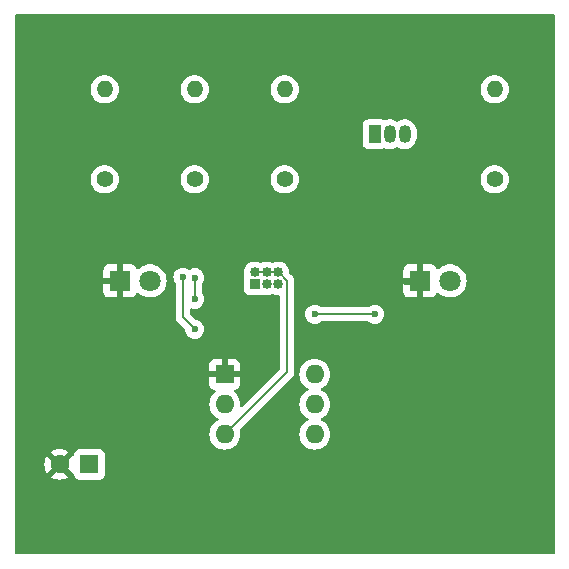
<source format=gbr>
%TF.GenerationSoftware,KiCad,Pcbnew,8.0.6*%
%TF.CreationDate,2025-05-05T14:00:36-04:00*%
%TF.ProjectId,blinkingLight,626c696e-6b69-46e6-974c-696768742e6b,rev?*%
%TF.SameCoordinates,Original*%
%TF.FileFunction,Copper,L2,Bot*%
%TF.FilePolarity,Positive*%
%FSLAX46Y46*%
G04 Gerber Fmt 4.6, Leading zero omitted, Abs format (unit mm)*
G04 Created by KiCad (PCBNEW 8.0.6) date 2025-05-05 14:00:36*
%MOMM*%
%LPD*%
G01*
G04 APERTURE LIST*
%TA.AperFunction,ComponentPad*%
%ADD10R,1.600000X1.600000*%
%TD*%
%TA.AperFunction,ComponentPad*%
%ADD11C,1.600000*%
%TD*%
%TA.AperFunction,ComponentPad*%
%ADD12C,1.400000*%
%TD*%
%TA.AperFunction,ComponentPad*%
%ADD13O,1.400000X1.400000*%
%TD*%
%TA.AperFunction,ComponentPad*%
%ADD14R,0.850000X0.850000*%
%TD*%
%TA.AperFunction,ComponentPad*%
%ADD15O,0.850000X0.850000*%
%TD*%
%TA.AperFunction,ComponentPad*%
%ADD16O,1.600000X1.600000*%
%TD*%
%TA.AperFunction,ComponentPad*%
%ADD17R,1.800000X1.800000*%
%TD*%
%TA.AperFunction,ComponentPad*%
%ADD18C,1.800000*%
%TD*%
%TA.AperFunction,ComponentPad*%
%ADD19R,1.050000X1.500000*%
%TD*%
%TA.AperFunction,ComponentPad*%
%ADD20O,1.050000X1.500000*%
%TD*%
%TA.AperFunction,ViaPad*%
%ADD21C,0.600000*%
%TD*%
%TA.AperFunction,Conductor*%
%ADD22C,0.200000*%
%TD*%
G04 APERTURE END LIST*
D10*
%TO.P,C1,1*%
%TO.N,Net-(U1-THR)*%
X110450000Y-116840000D03*
D11*
%TO.P,C1,2*%
%TO.N,GND*%
X107950000Y-116840000D03*
%TD*%
D12*
%TO.P,R4,1*%
%TO.N,Net-(D1-A)*%
X144780000Y-92710000D03*
D13*
%TO.P,R4,2*%
%TO.N,Net-(Q1-E)*%
X144780000Y-85090000D03*
%TD*%
D12*
%TO.P,R1,1*%
%TO.N,Net-(J1-Pin_1)*%
X111760000Y-92710000D03*
D13*
%TO.P,R1,2*%
%TO.N,Net-(Q1-B)*%
X111760000Y-85090000D03*
%TD*%
D12*
%TO.P,R2,1*%
%TO.N,Net-(J1-Pin_3)*%
X119380000Y-92710000D03*
D13*
%TO.P,R2,2*%
%TO.N,Net-(Q1-B)*%
X119380000Y-85090000D03*
%TD*%
%TO.P,R3,2*%
%TO.N,Net-(Q1-B)*%
X127000000Y-85090000D03*
D12*
%TO.P,R3,1*%
%TO.N,Net-(J1-Pin_5)*%
X127000000Y-92710000D03*
%TD*%
D14*
%TO.P,J1,1,Pin_1*%
%TO.N,Net-(J1-Pin_1)*%
X124460000Y-101600000D03*
D15*
%TO.P,J1,2,Pin_2*%
%TO.N,Net-(J1-Pin_2)*%
X124460000Y-100600000D03*
%TO.P,J1,3,Pin_3*%
%TO.N,Net-(J1-Pin_3)*%
X125460000Y-101600000D03*
%TO.P,J1,4,Pin_4*%
%TO.N,Net-(J1-Pin_2)*%
X125460000Y-100600000D03*
%TO.P,J1,5,Pin_5*%
%TO.N,Net-(J1-Pin_5)*%
X126460000Y-101600000D03*
%TO.P,J1,6,Pin_6*%
%TO.N,Net-(J1-Pin_2)*%
X126460000Y-100600000D03*
%TD*%
D10*
%TO.P,U1,1,GND*%
%TO.N,GND*%
X121920000Y-109220000D03*
D16*
%TO.P,U1,2,TR*%
%TO.N,Net-(Q1-B)*%
X121920000Y-111760000D03*
%TO.P,U1,3,Q*%
%TO.N,Net-(J1-Pin_2)*%
X121920000Y-114300000D03*
%TO.P,U1,4,R*%
%TO.N,+9V*%
X129540000Y-114300000D03*
%TO.P,U1,5,CV*%
%TO.N,unconnected-(U1-CV-Pad5)*%
X129540000Y-111760000D03*
%TO.P,U1,6,THR*%
%TO.N,Net-(U1-THR)*%
X129540000Y-109220000D03*
%TD*%
D17*
%TO.P,D1,1,K*%
%TO.N,GND*%
X113050000Y-101305000D03*
D18*
%TO.P,D1,2,A*%
%TO.N,Net-(D1-A)*%
X115590000Y-101305000D03*
%TD*%
D17*
%TO.P,D2,1,K*%
%TO.N,GND*%
X138450000Y-101305000D03*
D18*
%TO.P,D2,2,A*%
%TO.N,Net-(D1-A)*%
X140990000Y-101305000D03*
%TD*%
D19*
%TO.P,Q1,1,C*%
%TO.N,+9V*%
X134620000Y-88900000D03*
D20*
%TO.P,Q1,2,B*%
%TO.N,Net-(Q1-B)*%
X135890000Y-88900000D03*
%TO.P,Q1,3,E*%
%TO.N,Net-(Q1-E)*%
X137160000Y-88900000D03*
%TD*%
D21*
%TO.N,Net-(J1-Pin_3)*%
X119380000Y-102870000D03*
X119380000Y-101050000D03*
%TO.N,Net-(Q1-B)*%
X119380000Y-105410000D03*
X118380000Y-101000000D03*
%TO.N,GND*%
X142240000Y-116840000D03*
%TO.N,Net-(D1-A)*%
X129540000Y-104140000D03*
X134620000Y-104140000D03*
%TD*%
D22*
%TO.N,Net-(J1-Pin_3)*%
X119380000Y-101050000D02*
X119380000Y-102870000D01*
%TO.N,Net-(J1-Pin_2)*%
X127185000Y-109035000D02*
X121920000Y-114300000D01*
X127185000Y-101299695D02*
X127185000Y-109035000D01*
X124460000Y-100600000D02*
X126485305Y-100600000D01*
X126485305Y-100600000D02*
X127185000Y-101299695D01*
%TO.N,Net-(Q1-B)*%
X118380000Y-104410000D02*
X118380000Y-101000000D01*
X119380000Y-105410000D02*
X118380000Y-104410000D01*
%TO.N,GND*%
X138155000Y-101600000D02*
X137160000Y-101600000D01*
X138450000Y-101305000D02*
X138450000Y-113050000D01*
X138450000Y-113050000D02*
X142240000Y-116840000D01*
X138450000Y-101305000D02*
X138155000Y-101600000D01*
%TO.N,Net-(D1-A)*%
X134620000Y-104140000D02*
X129540000Y-104140000D01*
%TD*%
%TA.AperFunction,Conductor*%
%TO.N,GND*%
G36*
X149803039Y-78759685D02*
G01*
X149848794Y-78812489D01*
X149860000Y-78864000D01*
X149860000Y-124336000D01*
X149840315Y-124403039D01*
X149787511Y-124448794D01*
X149736000Y-124460000D01*
X104264000Y-124460000D01*
X104196961Y-124440315D01*
X104151206Y-124387511D01*
X104140000Y-124336000D01*
X104140000Y-116839997D01*
X106645034Y-116839997D01*
X106645034Y-116840002D01*
X106664858Y-117066599D01*
X106664860Y-117066610D01*
X106723730Y-117286317D01*
X106723735Y-117286331D01*
X106819863Y-117492478D01*
X106870974Y-117565472D01*
X107550000Y-116886446D01*
X107550000Y-116892661D01*
X107577259Y-116994394D01*
X107629920Y-117085606D01*
X107704394Y-117160080D01*
X107795606Y-117212741D01*
X107897339Y-117240000D01*
X107903553Y-117240000D01*
X107224526Y-117919025D01*
X107297513Y-117970132D01*
X107297521Y-117970136D01*
X107503668Y-118066264D01*
X107503682Y-118066269D01*
X107723389Y-118125139D01*
X107723400Y-118125141D01*
X107949998Y-118144966D01*
X107950002Y-118144966D01*
X108176599Y-118125141D01*
X108176610Y-118125139D01*
X108396317Y-118066269D01*
X108396331Y-118066264D01*
X108602478Y-117970136D01*
X108675471Y-117919024D01*
X107996447Y-117240000D01*
X108002661Y-117240000D01*
X108104394Y-117212741D01*
X108195606Y-117160080D01*
X108270080Y-117085606D01*
X108322741Y-116994394D01*
X108350000Y-116892661D01*
X108350000Y-116886447D01*
X109034197Y-117570644D01*
X109083192Y-117580491D01*
X109133375Y-117629106D01*
X109148049Y-117684632D01*
X109149099Y-117684576D01*
X109149146Y-117684571D01*
X109149146Y-117684573D01*
X109149324Y-117684564D01*
X109149501Y-117687876D01*
X109155908Y-117747483D01*
X109206202Y-117882328D01*
X109206206Y-117882335D01*
X109292452Y-117997544D01*
X109292455Y-117997547D01*
X109407664Y-118083793D01*
X109407671Y-118083797D01*
X109542517Y-118134091D01*
X109542516Y-118134091D01*
X109549444Y-118134835D01*
X109602127Y-118140500D01*
X111297872Y-118140499D01*
X111357483Y-118134091D01*
X111492331Y-118083796D01*
X111607546Y-117997546D01*
X111693796Y-117882331D01*
X111744091Y-117747483D01*
X111750500Y-117687873D01*
X111750499Y-115992128D01*
X111744091Y-115932517D01*
X111693796Y-115797669D01*
X111693795Y-115797668D01*
X111693793Y-115797664D01*
X111607547Y-115682455D01*
X111607544Y-115682452D01*
X111492335Y-115596206D01*
X111492328Y-115596202D01*
X111357482Y-115545908D01*
X111357483Y-115545908D01*
X111297883Y-115539501D01*
X111297881Y-115539500D01*
X111297873Y-115539500D01*
X111297864Y-115539500D01*
X109602129Y-115539500D01*
X109602123Y-115539501D01*
X109542516Y-115545908D01*
X109407671Y-115596202D01*
X109407664Y-115596206D01*
X109292455Y-115682452D01*
X109292452Y-115682455D01*
X109206206Y-115797664D01*
X109206202Y-115797671D01*
X109155908Y-115932517D01*
X109149501Y-115992116D01*
X109149501Y-115992123D01*
X109149322Y-115995452D01*
X109147847Y-115995372D01*
X109129815Y-116056784D01*
X109077011Y-116102539D01*
X109033522Y-116110029D01*
X108350000Y-116793551D01*
X108350000Y-116787339D01*
X108322741Y-116685606D01*
X108270080Y-116594394D01*
X108195606Y-116519920D01*
X108104394Y-116467259D01*
X108002661Y-116440000D01*
X107996448Y-116440000D01*
X108675472Y-115760974D01*
X108602478Y-115709863D01*
X108396331Y-115613735D01*
X108396317Y-115613730D01*
X108176610Y-115554860D01*
X108176599Y-115554858D01*
X107950002Y-115535034D01*
X107949998Y-115535034D01*
X107723400Y-115554858D01*
X107723389Y-115554860D01*
X107503682Y-115613730D01*
X107503673Y-115613734D01*
X107297516Y-115709866D01*
X107297512Y-115709868D01*
X107224526Y-115760973D01*
X107224526Y-115760974D01*
X107903553Y-116440000D01*
X107897339Y-116440000D01*
X107795606Y-116467259D01*
X107704394Y-116519920D01*
X107629920Y-116594394D01*
X107577259Y-116685606D01*
X107550000Y-116787339D01*
X107550000Y-116793552D01*
X106870974Y-116114526D01*
X106870973Y-116114526D01*
X106819868Y-116187512D01*
X106819866Y-116187516D01*
X106723734Y-116393673D01*
X106723730Y-116393682D01*
X106664860Y-116613389D01*
X106664858Y-116613400D01*
X106645034Y-116839997D01*
X104140000Y-116839997D01*
X104140000Y-111759998D01*
X120614532Y-111759998D01*
X120614532Y-111760001D01*
X120634364Y-111986686D01*
X120634366Y-111986697D01*
X120693258Y-112206488D01*
X120693261Y-112206497D01*
X120789431Y-112412732D01*
X120789432Y-112412734D01*
X120919954Y-112599141D01*
X121080858Y-112760045D01*
X121080861Y-112760047D01*
X121267266Y-112890568D01*
X121325275Y-112917618D01*
X121377714Y-112963791D01*
X121396866Y-113030984D01*
X121376650Y-113097865D01*
X121325275Y-113142382D01*
X121267267Y-113169431D01*
X121267265Y-113169432D01*
X121080858Y-113299954D01*
X120919954Y-113460858D01*
X120789432Y-113647265D01*
X120789431Y-113647267D01*
X120693261Y-113853502D01*
X120693258Y-113853511D01*
X120634366Y-114073302D01*
X120634364Y-114073313D01*
X120614532Y-114299998D01*
X120614532Y-114300001D01*
X120634364Y-114526686D01*
X120634366Y-114526697D01*
X120693258Y-114746488D01*
X120693261Y-114746497D01*
X120789431Y-114952732D01*
X120789432Y-114952734D01*
X120919954Y-115139141D01*
X121080858Y-115300045D01*
X121080861Y-115300047D01*
X121267266Y-115430568D01*
X121473504Y-115526739D01*
X121473509Y-115526740D01*
X121473511Y-115526741D01*
X121521129Y-115539500D01*
X121693308Y-115585635D01*
X121855230Y-115599801D01*
X121919998Y-115605468D01*
X121920000Y-115605468D01*
X121920002Y-115605468D01*
X121976673Y-115600509D01*
X122146692Y-115585635D01*
X122366496Y-115526739D01*
X122572734Y-115430568D01*
X122759139Y-115300047D01*
X122920047Y-115139139D01*
X123050568Y-114952734D01*
X123146739Y-114746496D01*
X123205635Y-114526692D01*
X123225468Y-114300000D01*
X123205635Y-114073308D01*
X123179847Y-113977066D01*
X123181510Y-113907217D01*
X123211939Y-113857294D01*
X127543506Y-109525728D01*
X127543511Y-109525724D01*
X127553714Y-109515520D01*
X127553716Y-109515520D01*
X127665520Y-109403716D01*
X127744577Y-109266784D01*
X127757113Y-109219998D01*
X128234532Y-109219998D01*
X128234532Y-109220001D01*
X128254364Y-109446686D01*
X128254366Y-109446697D01*
X128313258Y-109666488D01*
X128313261Y-109666497D01*
X128409431Y-109872732D01*
X128409432Y-109872734D01*
X128539954Y-110059141D01*
X128700858Y-110220045D01*
X128700861Y-110220047D01*
X128887266Y-110350568D01*
X128944357Y-110377190D01*
X128945275Y-110377618D01*
X128997714Y-110423791D01*
X129016866Y-110490984D01*
X128996650Y-110557865D01*
X128945275Y-110602382D01*
X128887267Y-110629431D01*
X128887265Y-110629432D01*
X128700858Y-110759954D01*
X128539954Y-110920858D01*
X128409432Y-111107265D01*
X128409431Y-111107267D01*
X128313261Y-111313502D01*
X128313258Y-111313511D01*
X128254366Y-111533302D01*
X128254364Y-111533313D01*
X128234532Y-111759998D01*
X128234532Y-111760001D01*
X128254364Y-111986686D01*
X128254366Y-111986697D01*
X128313258Y-112206488D01*
X128313261Y-112206497D01*
X128409431Y-112412732D01*
X128409432Y-112412734D01*
X128539954Y-112599141D01*
X128700858Y-112760045D01*
X128700861Y-112760047D01*
X128887266Y-112890568D01*
X128945275Y-112917618D01*
X128997714Y-112963791D01*
X129016866Y-113030984D01*
X128996650Y-113097865D01*
X128945275Y-113142382D01*
X128887267Y-113169431D01*
X128887265Y-113169432D01*
X128700858Y-113299954D01*
X128539954Y-113460858D01*
X128409432Y-113647265D01*
X128409431Y-113647267D01*
X128313261Y-113853502D01*
X128313258Y-113853511D01*
X128254366Y-114073302D01*
X128254364Y-114073313D01*
X128234532Y-114299998D01*
X128234532Y-114300001D01*
X128254364Y-114526686D01*
X128254366Y-114526697D01*
X128313258Y-114746488D01*
X128313261Y-114746497D01*
X128409431Y-114952732D01*
X128409432Y-114952734D01*
X128539954Y-115139141D01*
X128700858Y-115300045D01*
X128700861Y-115300047D01*
X128887266Y-115430568D01*
X129093504Y-115526739D01*
X129093509Y-115526740D01*
X129093511Y-115526741D01*
X129141129Y-115539500D01*
X129313308Y-115585635D01*
X129475230Y-115599801D01*
X129539998Y-115605468D01*
X129540000Y-115605468D01*
X129540002Y-115605468D01*
X129596673Y-115600509D01*
X129766692Y-115585635D01*
X129986496Y-115526739D01*
X130192734Y-115430568D01*
X130379139Y-115300047D01*
X130540047Y-115139139D01*
X130670568Y-114952734D01*
X130766739Y-114746496D01*
X130825635Y-114526692D01*
X130845468Y-114300000D01*
X130825635Y-114073308D01*
X130766739Y-113853504D01*
X130670568Y-113647266D01*
X130540047Y-113460861D01*
X130540045Y-113460858D01*
X130379141Y-113299954D01*
X130192734Y-113169432D01*
X130192728Y-113169429D01*
X130134725Y-113142382D01*
X130082285Y-113096210D01*
X130063133Y-113029017D01*
X130083348Y-112962135D01*
X130134725Y-112917618D01*
X130192734Y-112890568D01*
X130379139Y-112760047D01*
X130540047Y-112599139D01*
X130670568Y-112412734D01*
X130766739Y-112206496D01*
X130825635Y-111986692D01*
X130845468Y-111760000D01*
X130825635Y-111533308D01*
X130766739Y-111313504D01*
X130670568Y-111107266D01*
X130540047Y-110920861D01*
X130540045Y-110920858D01*
X130379141Y-110759954D01*
X130192734Y-110629432D01*
X130192728Y-110629429D01*
X130134725Y-110602382D01*
X130082285Y-110556210D01*
X130063133Y-110489017D01*
X130083348Y-110422135D01*
X130134725Y-110377618D01*
X130135643Y-110377190D01*
X130192734Y-110350568D01*
X130379139Y-110220047D01*
X130540047Y-110059139D01*
X130670568Y-109872734D01*
X130766739Y-109666496D01*
X130825635Y-109446692D01*
X130845468Y-109220000D01*
X130825635Y-108993308D01*
X130766739Y-108773504D01*
X130670568Y-108567266D01*
X130540047Y-108380861D01*
X130540045Y-108380858D01*
X130379141Y-108219954D01*
X130192734Y-108089432D01*
X130192732Y-108089431D01*
X129986497Y-107993261D01*
X129986488Y-107993258D01*
X129766697Y-107934366D01*
X129766693Y-107934365D01*
X129766692Y-107934365D01*
X129766691Y-107934364D01*
X129766686Y-107934364D01*
X129540002Y-107914532D01*
X129539998Y-107914532D01*
X129313313Y-107934364D01*
X129313302Y-107934366D01*
X129093511Y-107993258D01*
X129093502Y-107993261D01*
X128887267Y-108089431D01*
X128887265Y-108089432D01*
X128700858Y-108219954D01*
X128539954Y-108380858D01*
X128409432Y-108567265D01*
X128409431Y-108567267D01*
X128313261Y-108773502D01*
X128313258Y-108773511D01*
X128254366Y-108993302D01*
X128254364Y-108993313D01*
X128234532Y-109219998D01*
X127757113Y-109219998D01*
X127774534Y-109154981D01*
X127785500Y-109114058D01*
X127785500Y-108955943D01*
X127785500Y-104139996D01*
X128734435Y-104139996D01*
X128734435Y-104140003D01*
X128754630Y-104319249D01*
X128754631Y-104319254D01*
X128814211Y-104489523D01*
X128870621Y-104579298D01*
X128910184Y-104642262D01*
X129037738Y-104769816D01*
X129190478Y-104865789D01*
X129360745Y-104925368D01*
X129360750Y-104925369D01*
X129539996Y-104945565D01*
X129540000Y-104945565D01*
X129540004Y-104945565D01*
X129719249Y-104925369D01*
X129719252Y-104925368D01*
X129719255Y-104925368D01*
X129889522Y-104865789D01*
X130042262Y-104769816D01*
X130042267Y-104769810D01*
X130045097Y-104767555D01*
X130047275Y-104766665D01*
X130048158Y-104766111D01*
X130048255Y-104766265D01*
X130109783Y-104741145D01*
X130122412Y-104740500D01*
X134037588Y-104740500D01*
X134104627Y-104760185D01*
X134114903Y-104767555D01*
X134117736Y-104769814D01*
X134117738Y-104769816D01*
X134270478Y-104865789D01*
X134440745Y-104925368D01*
X134440750Y-104925369D01*
X134619996Y-104945565D01*
X134620000Y-104945565D01*
X134620004Y-104945565D01*
X134799249Y-104925369D01*
X134799252Y-104925368D01*
X134799255Y-104925368D01*
X134969522Y-104865789D01*
X135122262Y-104769816D01*
X135249816Y-104642262D01*
X135345789Y-104489522D01*
X135405368Y-104319255D01*
X135425565Y-104140000D01*
X135405368Y-103960745D01*
X135345789Y-103790478D01*
X135249816Y-103637738D01*
X135122262Y-103510184D01*
X134969523Y-103414211D01*
X134799254Y-103354631D01*
X134799249Y-103354630D01*
X134620004Y-103334435D01*
X134619996Y-103334435D01*
X134440750Y-103354630D01*
X134440745Y-103354631D01*
X134270476Y-103414211D01*
X134117736Y-103510185D01*
X134114903Y-103512445D01*
X134112724Y-103513334D01*
X134111842Y-103513889D01*
X134111744Y-103513734D01*
X134050217Y-103538855D01*
X134037588Y-103539500D01*
X130122412Y-103539500D01*
X130055373Y-103519815D01*
X130045097Y-103512445D01*
X130042263Y-103510185D01*
X130042262Y-103510184D01*
X129985496Y-103474515D01*
X129889523Y-103414211D01*
X129719254Y-103354631D01*
X129719249Y-103354630D01*
X129540004Y-103334435D01*
X129539996Y-103334435D01*
X129360750Y-103354630D01*
X129360745Y-103354631D01*
X129190476Y-103414211D01*
X129037737Y-103510184D01*
X128910184Y-103637737D01*
X128814211Y-103790476D01*
X128754631Y-103960745D01*
X128754630Y-103960750D01*
X128734435Y-104139996D01*
X127785500Y-104139996D01*
X127785500Y-101220638D01*
X127775402Y-101182951D01*
X127744577Y-101067910D01*
X127705369Y-101000000D01*
X127665520Y-100930979D01*
X127553716Y-100819175D01*
X127553715Y-100819174D01*
X127549385Y-100814844D01*
X127549374Y-100814834D01*
X127426917Y-100692377D01*
X127393432Y-100631054D01*
X127390598Y-100604696D01*
X127390598Y-100600003D01*
X127385105Y-100547738D01*
X127370262Y-100406518D01*
X127354223Y-100357155D01*
X137050000Y-100357155D01*
X137050000Y-101055000D01*
X138074722Y-101055000D01*
X138030667Y-101131306D01*
X138000000Y-101245756D01*
X138000000Y-101364244D01*
X138030667Y-101478694D01*
X138074722Y-101555000D01*
X137050000Y-101555000D01*
X137050000Y-102252844D01*
X137056401Y-102312372D01*
X137056403Y-102312379D01*
X137106645Y-102447086D01*
X137106649Y-102447093D01*
X137192809Y-102562187D01*
X137192812Y-102562190D01*
X137307906Y-102648350D01*
X137307913Y-102648354D01*
X137442620Y-102698596D01*
X137442627Y-102698598D01*
X137502155Y-102704999D01*
X137502172Y-102705000D01*
X138200000Y-102705000D01*
X138200000Y-101680277D01*
X138276306Y-101724333D01*
X138390756Y-101755000D01*
X138509244Y-101755000D01*
X138623694Y-101724333D01*
X138700000Y-101680277D01*
X138700000Y-102705000D01*
X139397828Y-102705000D01*
X139397844Y-102704999D01*
X139457372Y-102698598D01*
X139457379Y-102698596D01*
X139592086Y-102648354D01*
X139592093Y-102648350D01*
X139707187Y-102562190D01*
X139707190Y-102562187D01*
X139793350Y-102447093D01*
X139793355Y-102447084D01*
X139822075Y-102370081D01*
X139863945Y-102314147D01*
X139929409Y-102289729D01*
X139997682Y-102304580D01*
X140029484Y-102329428D01*
X140038216Y-102338913D01*
X140038219Y-102338915D01*
X140038222Y-102338918D01*
X140221365Y-102481464D01*
X140221371Y-102481468D01*
X140221374Y-102481470D01*
X140425497Y-102591936D01*
X140539487Y-102631068D01*
X140645015Y-102667297D01*
X140645017Y-102667297D01*
X140645019Y-102667298D01*
X140873951Y-102705500D01*
X140873952Y-102705500D01*
X141106048Y-102705500D01*
X141106049Y-102705500D01*
X141334981Y-102667298D01*
X141554503Y-102591936D01*
X141758626Y-102481470D01*
X141760803Y-102479776D01*
X141858620Y-102403642D01*
X141941784Y-102338913D01*
X142098979Y-102168153D01*
X142225924Y-101973849D01*
X142319157Y-101761300D01*
X142376134Y-101536305D01*
X142376526Y-101531578D01*
X142395300Y-101305006D01*
X142395300Y-101304993D01*
X142376135Y-101073702D01*
X142376133Y-101073691D01*
X142319157Y-100848699D01*
X142225924Y-100636151D01*
X142098983Y-100441852D01*
X142098980Y-100441849D01*
X142098979Y-100441847D01*
X141941784Y-100271087D01*
X141941779Y-100271083D01*
X141941777Y-100271081D01*
X141758634Y-100128535D01*
X141758628Y-100128531D01*
X141554504Y-100018064D01*
X141554495Y-100018061D01*
X141334984Y-99942702D01*
X141129606Y-99908431D01*
X141106049Y-99904500D01*
X140873951Y-99904500D01*
X140850394Y-99908431D01*
X140645015Y-99942702D01*
X140425504Y-100018061D01*
X140425495Y-100018064D01*
X140221371Y-100128531D01*
X140221365Y-100128535D01*
X140038222Y-100271081D01*
X140038215Y-100271087D01*
X140029484Y-100280572D01*
X139969595Y-100316561D01*
X139899757Y-100314458D01*
X139842143Y-100274932D01*
X139822075Y-100239918D01*
X139793355Y-100162915D01*
X139793350Y-100162906D01*
X139707190Y-100047812D01*
X139707187Y-100047809D01*
X139592093Y-99961649D01*
X139592086Y-99961645D01*
X139457379Y-99911403D01*
X139457372Y-99911401D01*
X139397844Y-99905000D01*
X138700000Y-99905000D01*
X138700000Y-100929722D01*
X138623694Y-100885667D01*
X138509244Y-100855000D01*
X138390756Y-100855000D01*
X138276306Y-100885667D01*
X138200000Y-100929722D01*
X138200000Y-99905000D01*
X137502155Y-99905000D01*
X137442627Y-99911401D01*
X137442620Y-99911403D01*
X137307913Y-99961645D01*
X137307906Y-99961649D01*
X137192812Y-100047809D01*
X137192809Y-100047812D01*
X137106649Y-100162906D01*
X137106645Y-100162913D01*
X137056403Y-100297620D01*
X137056401Y-100297627D01*
X137050000Y-100357155D01*
X127354223Y-100357155D01*
X127310144Y-100221492D01*
X127310143Y-100221491D01*
X127310143Y-100221489D01*
X127310142Y-100221488D01*
X127256473Y-100128531D01*
X127212870Y-100053008D01*
X127130610Y-99961649D01*
X127082697Y-99908435D01*
X127082694Y-99908433D01*
X127082693Y-99908432D01*
X127082692Y-99908431D01*
X126959999Y-99819289D01*
X126925297Y-99794076D01*
X126788848Y-99733326D01*
X126747571Y-99714949D01*
X126747569Y-99714948D01*
X126557274Y-99674500D01*
X126362726Y-99674500D01*
X126172430Y-99714948D01*
X126172427Y-99714949D01*
X126010434Y-99787072D01*
X125941184Y-99796356D01*
X125909566Y-99787072D01*
X125747572Y-99714949D01*
X125747569Y-99714948D01*
X125557274Y-99674500D01*
X125362726Y-99674500D01*
X125172430Y-99714948D01*
X125172427Y-99714949D01*
X125010434Y-99787072D01*
X124941184Y-99796356D01*
X124909566Y-99787072D01*
X124747572Y-99714949D01*
X124747569Y-99714948D01*
X124557274Y-99674500D01*
X124362726Y-99674500D01*
X124172431Y-99714948D01*
X123994702Y-99794076D01*
X123837305Y-99908433D01*
X123837302Y-99908435D01*
X123707129Y-100053009D01*
X123609857Y-100221488D01*
X123609856Y-100221489D01*
X123549738Y-100406516D01*
X123529402Y-100599999D01*
X123549738Y-100793483D01*
X123549740Y-100793488D01*
X123579848Y-100886154D01*
X123581843Y-100955995D01*
X123578099Y-100967804D01*
X123540908Y-101067517D01*
X123534501Y-101127116D01*
X123534500Y-101127135D01*
X123534500Y-102072870D01*
X123534501Y-102072876D01*
X123540908Y-102132483D01*
X123591202Y-102267328D01*
X123591206Y-102267335D01*
X123677452Y-102382544D01*
X123677455Y-102382547D01*
X123792664Y-102468793D01*
X123792671Y-102468797D01*
X123927517Y-102519091D01*
X123927516Y-102519091D01*
X123933293Y-102519712D01*
X123987127Y-102525500D01*
X124932872Y-102525499D01*
X124992483Y-102519091D01*
X125084530Y-102484759D01*
X125154218Y-102479776D01*
X125166039Y-102483678D01*
X125166246Y-102483042D01*
X125172426Y-102485049D01*
X125172429Y-102485051D01*
X125362726Y-102525500D01*
X125557274Y-102525500D01*
X125747566Y-102485052D01*
X125747565Y-102485052D01*
X125747571Y-102485051D01*
X125909569Y-102412925D01*
X125978815Y-102403642D01*
X126010425Y-102412922D01*
X126172429Y-102485051D01*
X126172432Y-102485051D01*
X126172433Y-102485052D01*
X126362726Y-102525500D01*
X126460500Y-102525500D01*
X126527539Y-102545185D01*
X126573294Y-102597989D01*
X126584500Y-102649500D01*
X126584500Y-108734902D01*
X126564815Y-108801941D01*
X126548181Y-108822583D01*
X123429428Y-111941335D01*
X123368105Y-111974820D01*
X123298413Y-111969836D01*
X123242480Y-111927964D01*
X123218063Y-111862500D01*
X123218218Y-111842857D01*
X123225468Y-111760000D01*
X123205635Y-111533308D01*
X123146739Y-111313504D01*
X123050568Y-111107266D01*
X122920047Y-110920861D01*
X122920045Y-110920858D01*
X122759143Y-110759956D01*
X122733912Y-110742289D01*
X122690287Y-110687712D01*
X122683095Y-110618213D01*
X122714617Y-110555859D01*
X122774847Y-110520445D01*
X122791781Y-110517424D01*
X122827380Y-110513596D01*
X122962086Y-110463354D01*
X122962093Y-110463350D01*
X123077187Y-110377190D01*
X123077190Y-110377187D01*
X123163350Y-110262093D01*
X123163354Y-110262086D01*
X123213596Y-110127379D01*
X123213598Y-110127372D01*
X123219999Y-110067844D01*
X123220000Y-110067827D01*
X123220000Y-109470000D01*
X122235686Y-109470000D01*
X122240080Y-109465606D01*
X122292741Y-109374394D01*
X122320000Y-109272661D01*
X122320000Y-109167339D01*
X122292741Y-109065606D01*
X122240080Y-108974394D01*
X122235686Y-108970000D01*
X123220000Y-108970000D01*
X123220000Y-108372172D01*
X123219999Y-108372155D01*
X123213598Y-108312627D01*
X123213596Y-108312620D01*
X123163354Y-108177913D01*
X123163350Y-108177906D01*
X123077190Y-108062812D01*
X123077187Y-108062809D01*
X122962093Y-107976649D01*
X122962086Y-107976645D01*
X122827379Y-107926403D01*
X122827372Y-107926401D01*
X122767844Y-107920000D01*
X122170000Y-107920000D01*
X122170000Y-108904314D01*
X122165606Y-108899920D01*
X122074394Y-108847259D01*
X121972661Y-108820000D01*
X121867339Y-108820000D01*
X121765606Y-108847259D01*
X121674394Y-108899920D01*
X121670000Y-108904314D01*
X121670000Y-107920000D01*
X121072155Y-107920000D01*
X121012627Y-107926401D01*
X121012620Y-107926403D01*
X120877913Y-107976645D01*
X120877906Y-107976649D01*
X120762812Y-108062809D01*
X120762809Y-108062812D01*
X120676649Y-108177906D01*
X120676645Y-108177913D01*
X120626403Y-108312620D01*
X120626401Y-108312627D01*
X120620000Y-108372155D01*
X120620000Y-108970000D01*
X121604314Y-108970000D01*
X121599920Y-108974394D01*
X121547259Y-109065606D01*
X121520000Y-109167339D01*
X121520000Y-109272661D01*
X121547259Y-109374394D01*
X121599920Y-109465606D01*
X121604314Y-109470000D01*
X120620000Y-109470000D01*
X120620000Y-110067844D01*
X120626401Y-110127372D01*
X120626403Y-110127379D01*
X120676645Y-110262086D01*
X120676649Y-110262093D01*
X120762809Y-110377187D01*
X120762812Y-110377190D01*
X120877906Y-110463350D01*
X120877913Y-110463354D01*
X121012620Y-110513596D01*
X121012627Y-110513598D01*
X121048218Y-110517425D01*
X121112769Y-110544163D01*
X121152618Y-110601555D01*
X121155111Y-110671380D01*
X121119459Y-110731469D01*
X121106088Y-110742287D01*
X121080861Y-110759951D01*
X120919954Y-110920858D01*
X120789432Y-111107265D01*
X120789431Y-111107267D01*
X120693261Y-111313502D01*
X120693258Y-111313511D01*
X120634366Y-111533302D01*
X120634364Y-111533313D01*
X120614532Y-111759998D01*
X104140000Y-111759998D01*
X104140000Y-100357155D01*
X111650000Y-100357155D01*
X111650000Y-101055000D01*
X112674722Y-101055000D01*
X112630667Y-101131306D01*
X112600000Y-101245756D01*
X112600000Y-101364244D01*
X112630667Y-101478694D01*
X112674722Y-101555000D01*
X111650000Y-101555000D01*
X111650000Y-102252844D01*
X111656401Y-102312372D01*
X111656403Y-102312379D01*
X111706645Y-102447086D01*
X111706649Y-102447093D01*
X111792809Y-102562187D01*
X111792812Y-102562190D01*
X111907906Y-102648350D01*
X111907913Y-102648354D01*
X112042620Y-102698596D01*
X112042627Y-102698598D01*
X112102155Y-102704999D01*
X112102172Y-102705000D01*
X112800000Y-102705000D01*
X112800000Y-101680277D01*
X112876306Y-101724333D01*
X112990756Y-101755000D01*
X113109244Y-101755000D01*
X113223694Y-101724333D01*
X113300000Y-101680277D01*
X113300000Y-102705000D01*
X113997828Y-102705000D01*
X113997844Y-102704999D01*
X114057372Y-102698598D01*
X114057379Y-102698596D01*
X114192086Y-102648354D01*
X114192093Y-102648350D01*
X114307187Y-102562190D01*
X114307190Y-102562187D01*
X114393350Y-102447093D01*
X114393355Y-102447084D01*
X114422075Y-102370081D01*
X114463945Y-102314147D01*
X114529409Y-102289729D01*
X114597682Y-102304580D01*
X114629484Y-102329428D01*
X114638216Y-102338913D01*
X114638219Y-102338915D01*
X114638222Y-102338918D01*
X114821365Y-102481464D01*
X114821371Y-102481468D01*
X114821374Y-102481470D01*
X115025497Y-102591936D01*
X115139487Y-102631068D01*
X115245015Y-102667297D01*
X115245017Y-102667297D01*
X115245019Y-102667298D01*
X115473951Y-102705500D01*
X115473952Y-102705500D01*
X115706048Y-102705500D01*
X115706049Y-102705500D01*
X115934981Y-102667298D01*
X116154503Y-102591936D01*
X116358626Y-102481470D01*
X116360803Y-102479776D01*
X116458620Y-102403642D01*
X116541784Y-102338913D01*
X116698979Y-102168153D01*
X116825924Y-101973849D01*
X116919157Y-101761300D01*
X116976134Y-101536305D01*
X116976526Y-101531578D01*
X116995300Y-101305006D01*
X116995300Y-101304993D01*
X116976135Y-101073702D01*
X116976133Y-101073691D01*
X116957471Y-100999996D01*
X117574435Y-100999996D01*
X117574435Y-101000001D01*
X117594630Y-101179249D01*
X117594631Y-101179254D01*
X117654211Y-101349523D01*
X117750185Y-101502263D01*
X117752445Y-101505097D01*
X117753334Y-101507275D01*
X117753889Y-101508158D01*
X117753734Y-101508255D01*
X117778855Y-101569783D01*
X117779500Y-101582412D01*
X117779500Y-104323330D01*
X117779499Y-104323348D01*
X117779499Y-104489054D01*
X117779498Y-104489054D01*
X117815826Y-104624632D01*
X117820423Y-104641785D01*
X117842073Y-104679283D01*
X117894341Y-104769815D01*
X117899479Y-104778714D01*
X117899481Y-104778717D01*
X118018349Y-104897585D01*
X118018355Y-104897590D01*
X118549298Y-105428533D01*
X118582783Y-105489856D01*
X118584837Y-105502330D01*
X118594630Y-105589249D01*
X118654210Y-105759521D01*
X118750184Y-105912262D01*
X118877738Y-106039816D01*
X119030478Y-106135789D01*
X119200745Y-106195368D01*
X119200750Y-106195369D01*
X119379996Y-106215565D01*
X119380000Y-106215565D01*
X119380004Y-106215565D01*
X119559249Y-106195369D01*
X119559252Y-106195368D01*
X119559255Y-106195368D01*
X119729522Y-106135789D01*
X119882262Y-106039816D01*
X120009816Y-105912262D01*
X120105789Y-105759522D01*
X120165368Y-105589255D01*
X120175162Y-105502330D01*
X120185565Y-105410003D01*
X120185565Y-105409996D01*
X120165369Y-105230750D01*
X120165368Y-105230745D01*
X120105788Y-105060476D01*
X120020894Y-104925369D01*
X120009816Y-104907738D01*
X119882262Y-104780184D01*
X119879923Y-104778714D01*
X119729521Y-104684210D01*
X119559249Y-104624630D01*
X119472330Y-104614837D01*
X119407916Y-104587770D01*
X119398533Y-104579298D01*
X119016819Y-104197583D01*
X118983334Y-104136260D01*
X118980500Y-104109902D01*
X118980500Y-103753062D01*
X119000185Y-103686023D01*
X119052989Y-103640268D01*
X119122147Y-103630324D01*
X119145448Y-103636018D01*
X119200745Y-103655368D01*
X119200748Y-103655368D01*
X119200750Y-103655369D01*
X119379996Y-103675565D01*
X119380000Y-103675565D01*
X119380004Y-103675565D01*
X119559249Y-103655369D01*
X119559252Y-103655368D01*
X119559255Y-103655368D01*
X119729522Y-103595789D01*
X119882262Y-103499816D01*
X120009816Y-103372262D01*
X120105789Y-103219522D01*
X120165368Y-103049255D01*
X120185565Y-102870000D01*
X120167030Y-102705500D01*
X120165369Y-102690750D01*
X120165368Y-102690745D01*
X120105789Y-102520478D01*
X120104917Y-102519091D01*
X120059672Y-102447084D01*
X120009816Y-102367738D01*
X120009814Y-102367736D01*
X120009813Y-102367734D01*
X120007550Y-102364896D01*
X120006659Y-102362715D01*
X120006111Y-102361842D01*
X120006264Y-102361745D01*
X119981144Y-102300209D01*
X119980500Y-102287587D01*
X119980500Y-101632412D01*
X120000185Y-101565373D01*
X120007555Y-101555097D01*
X120009810Y-101552267D01*
X120009816Y-101552262D01*
X120105789Y-101399522D01*
X120165368Y-101229255D01*
X120171002Y-101179254D01*
X120185565Y-101050003D01*
X120185565Y-101049996D01*
X120165369Y-100870750D01*
X120165368Y-100870745D01*
X120145804Y-100814834D01*
X120105789Y-100700478D01*
X120009816Y-100547738D01*
X119882262Y-100420184D01*
X119802688Y-100370184D01*
X119729523Y-100324211D01*
X119559254Y-100264631D01*
X119559249Y-100264630D01*
X119380004Y-100244435D01*
X119379996Y-100244435D01*
X119200750Y-100264630D01*
X119200737Y-100264633D01*
X119030480Y-100324209D01*
X118985757Y-100352310D01*
X118918520Y-100371309D01*
X118853815Y-100352309D01*
X118729523Y-100274211D01*
X118559254Y-100214631D01*
X118559249Y-100214630D01*
X118380004Y-100194435D01*
X118379996Y-100194435D01*
X118200750Y-100214630D01*
X118200745Y-100214631D01*
X118030476Y-100274211D01*
X117877737Y-100370184D01*
X117750184Y-100497737D01*
X117654211Y-100650476D01*
X117594631Y-100820745D01*
X117594630Y-100820750D01*
X117574435Y-100999996D01*
X116957471Y-100999996D01*
X116919157Y-100848699D01*
X116825924Y-100636151D01*
X116698983Y-100441852D01*
X116698980Y-100441849D01*
X116698979Y-100441847D01*
X116541784Y-100271087D01*
X116541779Y-100271083D01*
X116541777Y-100271081D01*
X116358634Y-100128535D01*
X116358628Y-100128531D01*
X116154504Y-100018064D01*
X116154495Y-100018061D01*
X115934984Y-99942702D01*
X115729606Y-99908431D01*
X115706049Y-99904500D01*
X115473951Y-99904500D01*
X115450394Y-99908431D01*
X115245015Y-99942702D01*
X115025504Y-100018061D01*
X115025495Y-100018064D01*
X114821371Y-100128531D01*
X114821365Y-100128535D01*
X114638222Y-100271081D01*
X114638215Y-100271087D01*
X114629484Y-100280572D01*
X114569595Y-100316561D01*
X114499757Y-100314458D01*
X114442143Y-100274932D01*
X114422075Y-100239918D01*
X114393355Y-100162915D01*
X114393350Y-100162906D01*
X114307190Y-100047812D01*
X114307187Y-100047809D01*
X114192093Y-99961649D01*
X114192086Y-99961645D01*
X114057379Y-99911403D01*
X114057372Y-99911401D01*
X113997844Y-99905000D01*
X113300000Y-99905000D01*
X113300000Y-100929722D01*
X113223694Y-100885667D01*
X113109244Y-100855000D01*
X112990756Y-100855000D01*
X112876306Y-100885667D01*
X112800000Y-100929722D01*
X112800000Y-99905000D01*
X112102155Y-99905000D01*
X112042627Y-99911401D01*
X112042620Y-99911403D01*
X111907913Y-99961645D01*
X111907906Y-99961649D01*
X111792812Y-100047809D01*
X111792809Y-100047812D01*
X111706649Y-100162906D01*
X111706645Y-100162913D01*
X111656403Y-100297620D01*
X111656401Y-100297627D01*
X111650000Y-100357155D01*
X104140000Y-100357155D01*
X104140000Y-92709999D01*
X110554357Y-92709999D01*
X110554357Y-92710000D01*
X110574884Y-92931535D01*
X110574885Y-92931537D01*
X110635769Y-93145523D01*
X110635775Y-93145538D01*
X110734938Y-93344683D01*
X110734943Y-93344691D01*
X110869020Y-93522238D01*
X111033437Y-93672123D01*
X111033439Y-93672125D01*
X111222595Y-93789245D01*
X111222596Y-93789245D01*
X111222599Y-93789247D01*
X111430060Y-93869618D01*
X111648757Y-93910500D01*
X111648759Y-93910500D01*
X111871241Y-93910500D01*
X111871243Y-93910500D01*
X112089940Y-93869618D01*
X112297401Y-93789247D01*
X112486562Y-93672124D01*
X112650981Y-93522236D01*
X112785058Y-93344689D01*
X112884229Y-93145528D01*
X112945115Y-92931536D01*
X112965643Y-92710000D01*
X112965643Y-92709999D01*
X118174357Y-92709999D01*
X118174357Y-92710000D01*
X118194884Y-92931535D01*
X118194885Y-92931537D01*
X118255769Y-93145523D01*
X118255775Y-93145538D01*
X118354938Y-93344683D01*
X118354943Y-93344691D01*
X118489020Y-93522238D01*
X118653437Y-93672123D01*
X118653439Y-93672125D01*
X118842595Y-93789245D01*
X118842596Y-93789245D01*
X118842599Y-93789247D01*
X119050060Y-93869618D01*
X119268757Y-93910500D01*
X119268759Y-93910500D01*
X119491241Y-93910500D01*
X119491243Y-93910500D01*
X119709940Y-93869618D01*
X119917401Y-93789247D01*
X120106562Y-93672124D01*
X120270981Y-93522236D01*
X120405058Y-93344689D01*
X120504229Y-93145528D01*
X120565115Y-92931536D01*
X120585643Y-92710000D01*
X120585643Y-92709999D01*
X125794357Y-92709999D01*
X125794357Y-92710000D01*
X125814884Y-92931535D01*
X125814885Y-92931537D01*
X125875769Y-93145523D01*
X125875775Y-93145538D01*
X125974938Y-93344683D01*
X125974943Y-93344691D01*
X126109020Y-93522238D01*
X126273437Y-93672123D01*
X126273439Y-93672125D01*
X126462595Y-93789245D01*
X126462596Y-93789245D01*
X126462599Y-93789247D01*
X126670060Y-93869618D01*
X126888757Y-93910500D01*
X126888759Y-93910500D01*
X127111241Y-93910500D01*
X127111243Y-93910500D01*
X127329940Y-93869618D01*
X127537401Y-93789247D01*
X127726562Y-93672124D01*
X127890981Y-93522236D01*
X128025058Y-93344689D01*
X128124229Y-93145528D01*
X128185115Y-92931536D01*
X128205643Y-92710000D01*
X128205643Y-92709999D01*
X143574357Y-92709999D01*
X143574357Y-92710000D01*
X143594884Y-92931535D01*
X143594885Y-92931537D01*
X143655769Y-93145523D01*
X143655775Y-93145538D01*
X143754938Y-93344683D01*
X143754943Y-93344691D01*
X143889020Y-93522238D01*
X144053437Y-93672123D01*
X144053439Y-93672125D01*
X144242595Y-93789245D01*
X144242596Y-93789245D01*
X144242599Y-93789247D01*
X144450060Y-93869618D01*
X144668757Y-93910500D01*
X144668759Y-93910500D01*
X144891241Y-93910500D01*
X144891243Y-93910500D01*
X145109940Y-93869618D01*
X145317401Y-93789247D01*
X145506562Y-93672124D01*
X145670981Y-93522236D01*
X145805058Y-93344689D01*
X145904229Y-93145528D01*
X145965115Y-92931536D01*
X145985643Y-92710000D01*
X145965115Y-92488464D01*
X145904229Y-92274472D01*
X145904224Y-92274461D01*
X145805061Y-92075316D01*
X145805056Y-92075308D01*
X145670979Y-91897761D01*
X145506562Y-91747876D01*
X145506560Y-91747874D01*
X145317404Y-91630754D01*
X145317398Y-91630752D01*
X145109940Y-91550382D01*
X144891243Y-91509500D01*
X144668757Y-91509500D01*
X144450060Y-91550382D01*
X144318864Y-91601207D01*
X144242601Y-91630752D01*
X144242595Y-91630754D01*
X144053439Y-91747874D01*
X144053437Y-91747876D01*
X143889020Y-91897761D01*
X143754943Y-92075308D01*
X143754938Y-92075316D01*
X143655775Y-92274461D01*
X143655769Y-92274476D01*
X143594885Y-92488462D01*
X143594884Y-92488464D01*
X143574357Y-92709999D01*
X128205643Y-92709999D01*
X128185115Y-92488464D01*
X128124229Y-92274472D01*
X128124224Y-92274461D01*
X128025061Y-92075316D01*
X128025056Y-92075308D01*
X127890979Y-91897761D01*
X127726562Y-91747876D01*
X127726560Y-91747874D01*
X127537404Y-91630754D01*
X127537398Y-91630752D01*
X127329940Y-91550382D01*
X127111243Y-91509500D01*
X126888757Y-91509500D01*
X126670060Y-91550382D01*
X126538864Y-91601207D01*
X126462601Y-91630752D01*
X126462595Y-91630754D01*
X126273439Y-91747874D01*
X126273437Y-91747876D01*
X126109020Y-91897761D01*
X125974943Y-92075308D01*
X125974938Y-92075316D01*
X125875775Y-92274461D01*
X125875769Y-92274476D01*
X125814885Y-92488462D01*
X125814884Y-92488464D01*
X125794357Y-92709999D01*
X120585643Y-92709999D01*
X120565115Y-92488464D01*
X120504229Y-92274472D01*
X120504224Y-92274461D01*
X120405061Y-92075316D01*
X120405056Y-92075308D01*
X120270979Y-91897761D01*
X120106562Y-91747876D01*
X120106560Y-91747874D01*
X119917404Y-91630754D01*
X119917398Y-91630752D01*
X119709940Y-91550382D01*
X119491243Y-91509500D01*
X119268757Y-91509500D01*
X119050060Y-91550382D01*
X118918864Y-91601207D01*
X118842601Y-91630752D01*
X118842595Y-91630754D01*
X118653439Y-91747874D01*
X118653437Y-91747876D01*
X118489020Y-91897761D01*
X118354943Y-92075308D01*
X118354938Y-92075316D01*
X118255775Y-92274461D01*
X118255769Y-92274476D01*
X118194885Y-92488462D01*
X118194884Y-92488464D01*
X118174357Y-92709999D01*
X112965643Y-92709999D01*
X112945115Y-92488464D01*
X112884229Y-92274472D01*
X112884224Y-92274461D01*
X112785061Y-92075316D01*
X112785056Y-92075308D01*
X112650979Y-91897761D01*
X112486562Y-91747876D01*
X112486560Y-91747874D01*
X112297404Y-91630754D01*
X112297398Y-91630752D01*
X112089940Y-91550382D01*
X111871243Y-91509500D01*
X111648757Y-91509500D01*
X111430060Y-91550382D01*
X111298864Y-91601207D01*
X111222601Y-91630752D01*
X111222595Y-91630754D01*
X111033439Y-91747874D01*
X111033437Y-91747876D01*
X110869020Y-91897761D01*
X110734943Y-92075308D01*
X110734938Y-92075316D01*
X110635775Y-92274461D01*
X110635769Y-92274476D01*
X110574885Y-92488462D01*
X110574884Y-92488464D01*
X110554357Y-92709999D01*
X104140000Y-92709999D01*
X104140000Y-88102135D01*
X133594500Y-88102135D01*
X133594500Y-89697870D01*
X133594501Y-89697876D01*
X133600908Y-89757483D01*
X133651202Y-89892328D01*
X133651206Y-89892335D01*
X133737452Y-90007544D01*
X133737455Y-90007547D01*
X133852664Y-90093793D01*
X133852671Y-90093797D01*
X133987517Y-90144091D01*
X133987516Y-90144091D01*
X133994444Y-90144835D01*
X134047127Y-90150500D01*
X135192872Y-90150499D01*
X135252483Y-90144091D01*
X135387331Y-90093796D01*
X135388430Y-90092972D01*
X135389717Y-90092492D01*
X135395112Y-90089547D01*
X135395535Y-90090322D01*
X135453887Y-90068552D01*
X135510198Y-90077673D01*
X135590873Y-90111091D01*
X135756777Y-90144091D01*
X135788992Y-90150499D01*
X135788996Y-90150500D01*
X135788997Y-90150500D01*
X135991004Y-90150500D01*
X135991005Y-90150499D01*
X136189127Y-90111091D01*
X136375756Y-90033786D01*
X136456110Y-89980094D01*
X136522786Y-89959217D01*
X136590166Y-89977701D01*
X136593865Y-89980078D01*
X136674244Y-90033786D01*
X136860873Y-90111091D01*
X137026777Y-90144091D01*
X137058992Y-90150499D01*
X137058996Y-90150500D01*
X137058997Y-90150500D01*
X137261004Y-90150500D01*
X137261005Y-90150499D01*
X137459127Y-90111091D01*
X137645756Y-90033786D01*
X137813718Y-89921558D01*
X137956558Y-89778718D01*
X138068786Y-89610756D01*
X138146091Y-89424127D01*
X138185500Y-89226003D01*
X138185500Y-88573997D01*
X138146091Y-88375873D01*
X138068786Y-88189244D01*
X138068784Y-88189241D01*
X138068782Y-88189237D01*
X137956558Y-88021281D01*
X137813718Y-87878441D01*
X137645762Y-87766217D01*
X137645752Y-87766212D01*
X137459127Y-87688909D01*
X137459119Y-87688907D01*
X137261007Y-87649500D01*
X137261003Y-87649500D01*
X137058997Y-87649500D01*
X137058992Y-87649500D01*
X136860880Y-87688907D01*
X136860872Y-87688909D01*
X136674244Y-87766213D01*
X136593891Y-87819904D01*
X136527213Y-87840782D01*
X136459833Y-87822297D01*
X136456109Y-87819904D01*
X136375755Y-87766213D01*
X136189127Y-87688909D01*
X136189119Y-87688907D01*
X135991007Y-87649500D01*
X135991003Y-87649500D01*
X135788997Y-87649500D01*
X135788992Y-87649500D01*
X135590880Y-87688907D01*
X135590868Y-87688910D01*
X135510198Y-87722325D01*
X135440729Y-87729794D01*
X135395342Y-87710036D01*
X135395114Y-87710454D01*
X135390447Y-87707905D01*
X135388432Y-87707028D01*
X135387331Y-87706204D01*
X135387330Y-87706203D01*
X135387328Y-87706202D01*
X135252482Y-87655908D01*
X135252483Y-87655908D01*
X135192883Y-87649501D01*
X135192881Y-87649500D01*
X135192873Y-87649500D01*
X135192864Y-87649500D01*
X134047129Y-87649500D01*
X134047123Y-87649501D01*
X133987516Y-87655908D01*
X133852671Y-87706202D01*
X133852664Y-87706206D01*
X133737455Y-87792452D01*
X133737452Y-87792455D01*
X133651206Y-87907664D01*
X133651202Y-87907671D01*
X133600908Y-88042517D01*
X133594501Y-88102116D01*
X133594500Y-88102135D01*
X104140000Y-88102135D01*
X104140000Y-85089999D01*
X110554357Y-85089999D01*
X110554357Y-85090000D01*
X110574884Y-85311535D01*
X110574885Y-85311537D01*
X110635769Y-85525523D01*
X110635775Y-85525538D01*
X110734938Y-85724683D01*
X110734943Y-85724691D01*
X110869020Y-85902238D01*
X111033437Y-86052123D01*
X111033439Y-86052125D01*
X111222595Y-86169245D01*
X111222596Y-86169245D01*
X111222599Y-86169247D01*
X111430060Y-86249618D01*
X111648757Y-86290500D01*
X111648759Y-86290500D01*
X111871241Y-86290500D01*
X111871243Y-86290500D01*
X112089940Y-86249618D01*
X112297401Y-86169247D01*
X112486562Y-86052124D01*
X112650981Y-85902236D01*
X112785058Y-85724689D01*
X112884229Y-85525528D01*
X112945115Y-85311536D01*
X112965643Y-85090000D01*
X112965643Y-85089999D01*
X118174357Y-85089999D01*
X118174357Y-85090000D01*
X118194884Y-85311535D01*
X118194885Y-85311537D01*
X118255769Y-85525523D01*
X118255775Y-85525538D01*
X118354938Y-85724683D01*
X118354943Y-85724691D01*
X118489020Y-85902238D01*
X118653437Y-86052123D01*
X118653439Y-86052125D01*
X118842595Y-86169245D01*
X118842596Y-86169245D01*
X118842599Y-86169247D01*
X119050060Y-86249618D01*
X119268757Y-86290500D01*
X119268759Y-86290500D01*
X119491241Y-86290500D01*
X119491243Y-86290500D01*
X119709940Y-86249618D01*
X119917401Y-86169247D01*
X120106562Y-86052124D01*
X120270981Y-85902236D01*
X120405058Y-85724689D01*
X120504229Y-85525528D01*
X120565115Y-85311536D01*
X120585643Y-85090000D01*
X120585643Y-85089999D01*
X125794357Y-85089999D01*
X125794357Y-85090000D01*
X125814884Y-85311535D01*
X125814885Y-85311537D01*
X125875769Y-85525523D01*
X125875775Y-85525538D01*
X125974938Y-85724683D01*
X125974943Y-85724691D01*
X126109020Y-85902238D01*
X126273437Y-86052123D01*
X126273439Y-86052125D01*
X126462595Y-86169245D01*
X126462596Y-86169245D01*
X126462599Y-86169247D01*
X126670060Y-86249618D01*
X126888757Y-86290500D01*
X126888759Y-86290500D01*
X127111241Y-86290500D01*
X127111243Y-86290500D01*
X127329940Y-86249618D01*
X127537401Y-86169247D01*
X127726562Y-86052124D01*
X127890981Y-85902236D01*
X128025058Y-85724689D01*
X128124229Y-85525528D01*
X128185115Y-85311536D01*
X128205643Y-85090000D01*
X128205643Y-85089999D01*
X143574357Y-85089999D01*
X143574357Y-85090000D01*
X143594884Y-85311535D01*
X143594885Y-85311537D01*
X143655769Y-85525523D01*
X143655775Y-85525538D01*
X143754938Y-85724683D01*
X143754943Y-85724691D01*
X143889020Y-85902238D01*
X144053437Y-86052123D01*
X144053439Y-86052125D01*
X144242595Y-86169245D01*
X144242596Y-86169245D01*
X144242599Y-86169247D01*
X144450060Y-86249618D01*
X144668757Y-86290500D01*
X144668759Y-86290500D01*
X144891241Y-86290500D01*
X144891243Y-86290500D01*
X145109940Y-86249618D01*
X145317401Y-86169247D01*
X145506562Y-86052124D01*
X145670981Y-85902236D01*
X145805058Y-85724689D01*
X145904229Y-85525528D01*
X145965115Y-85311536D01*
X145985643Y-85090000D01*
X145965115Y-84868464D01*
X145904229Y-84654472D01*
X145904224Y-84654461D01*
X145805061Y-84455316D01*
X145805056Y-84455308D01*
X145670979Y-84277761D01*
X145506562Y-84127876D01*
X145506560Y-84127874D01*
X145317404Y-84010754D01*
X145317398Y-84010752D01*
X145109940Y-83930382D01*
X144891243Y-83889500D01*
X144668757Y-83889500D01*
X144450060Y-83930382D01*
X144318864Y-83981207D01*
X144242601Y-84010752D01*
X144242595Y-84010754D01*
X144053439Y-84127874D01*
X144053437Y-84127876D01*
X143889020Y-84277761D01*
X143754943Y-84455308D01*
X143754938Y-84455316D01*
X143655775Y-84654461D01*
X143655769Y-84654476D01*
X143594885Y-84868462D01*
X143594884Y-84868464D01*
X143574357Y-85089999D01*
X128205643Y-85089999D01*
X128185115Y-84868464D01*
X128124229Y-84654472D01*
X128124224Y-84654461D01*
X128025061Y-84455316D01*
X128025056Y-84455308D01*
X127890979Y-84277761D01*
X127726562Y-84127876D01*
X127726560Y-84127874D01*
X127537404Y-84010754D01*
X127537398Y-84010752D01*
X127329940Y-83930382D01*
X127111243Y-83889500D01*
X126888757Y-83889500D01*
X126670060Y-83930382D01*
X126538864Y-83981207D01*
X126462601Y-84010752D01*
X126462595Y-84010754D01*
X126273439Y-84127874D01*
X126273437Y-84127876D01*
X126109020Y-84277761D01*
X125974943Y-84455308D01*
X125974938Y-84455316D01*
X125875775Y-84654461D01*
X125875769Y-84654476D01*
X125814885Y-84868462D01*
X125814884Y-84868464D01*
X125794357Y-85089999D01*
X120585643Y-85089999D01*
X120565115Y-84868464D01*
X120504229Y-84654472D01*
X120504224Y-84654461D01*
X120405061Y-84455316D01*
X120405056Y-84455308D01*
X120270979Y-84277761D01*
X120106562Y-84127876D01*
X120106560Y-84127874D01*
X119917404Y-84010754D01*
X119917398Y-84010752D01*
X119709940Y-83930382D01*
X119491243Y-83889500D01*
X119268757Y-83889500D01*
X119050060Y-83930382D01*
X118918864Y-83981207D01*
X118842601Y-84010752D01*
X118842595Y-84010754D01*
X118653439Y-84127874D01*
X118653437Y-84127876D01*
X118489020Y-84277761D01*
X118354943Y-84455308D01*
X118354938Y-84455316D01*
X118255775Y-84654461D01*
X118255769Y-84654476D01*
X118194885Y-84868462D01*
X118194884Y-84868464D01*
X118174357Y-85089999D01*
X112965643Y-85089999D01*
X112945115Y-84868464D01*
X112884229Y-84654472D01*
X112884224Y-84654461D01*
X112785061Y-84455316D01*
X112785056Y-84455308D01*
X112650979Y-84277761D01*
X112486562Y-84127876D01*
X112486560Y-84127874D01*
X112297404Y-84010754D01*
X112297398Y-84010752D01*
X112089940Y-83930382D01*
X111871243Y-83889500D01*
X111648757Y-83889500D01*
X111430060Y-83930382D01*
X111298864Y-83981207D01*
X111222601Y-84010752D01*
X111222595Y-84010754D01*
X111033439Y-84127874D01*
X111033437Y-84127876D01*
X110869020Y-84277761D01*
X110734943Y-84455308D01*
X110734938Y-84455316D01*
X110635775Y-84654461D01*
X110635769Y-84654476D01*
X110574885Y-84868462D01*
X110574884Y-84868464D01*
X110554357Y-85089999D01*
X104140000Y-85089999D01*
X104140000Y-78864000D01*
X104159685Y-78796961D01*
X104212489Y-78751206D01*
X104264000Y-78740000D01*
X149736000Y-78740000D01*
X149803039Y-78759685D01*
G37*
%TD.AperFunction*%
%TD*%
M02*

</source>
